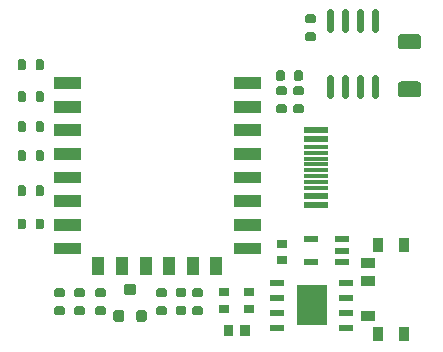
<source format=gtp>
G04 Layer: TopPasteMaskLayer*
G04 EasyEDA v6.4.25, 2021-11-23T22:35:47+08:00*
G04 b1e9ac58b82e44e2a900f0cbd8408905,45ba98ba689c459a8d72e4540021d05b,10*
G04 Gerber Generator version 0.2*
G04 Scale: 100 percent, Rotated: No, Reflected: No *
G04 Dimensions in millimeters *
G04 leading zeros omitted , absolute positions ,4 integer and 5 decimal *
%FSLAX45Y45*%
%MOMM*%

%ADD12C,0.6096*%
%ADD14R,0.9000X0.8000*%
%ADD15R,2.0000X0.6000*%
%ADD16R,2.0000X0.3000*%
%ADD17R,1.3000X0.9000*%
%ADD18R,0.9000X1.3000*%
%ADD20R,1.1989X0.5512*%
%ADD22R,1.0000X1.5000*%
%ADD23R,1.2000X0.6000*%
%ADD24R,2.5000X3.4999*%

%LPD*%
D12*
X2730489Y1160774D02*
G01*
X2730489Y1303014D01*
X2857489Y1160774D02*
G01*
X2857489Y1303014D01*
X2984489Y1160774D02*
G01*
X2984489Y1303014D01*
X2984489Y601974D02*
G01*
X2984489Y744214D01*
X2857489Y601974D02*
G01*
X2857489Y744214D01*
X2730489Y601974D02*
G01*
X2730489Y744214D01*
X3111489Y1160774D02*
G01*
X3111489Y1303014D01*
X3111489Y601974D02*
G01*
X3111489Y744214D01*
D14*
G01*
X2044689Y-1210467D03*
G01*
X2044689Y-1070462D03*
G01*
X1836409Y-1210467D03*
G01*
X1836409Y-1070462D03*
D15*
G01*
X2615453Y-335564D03*
G01*
X2615453Y-255554D03*
G01*
X2615453Y304439D03*
G01*
X2615453Y224454D03*
D16*
G01*
X2615453Y159456D03*
G01*
X2615453Y109443D03*
G01*
X2615453Y59456D03*
G01*
X2615453Y9443D03*
G01*
X2615453Y-40543D03*
G01*
X2615453Y-90556D03*
G01*
X2615453Y-140543D03*
G01*
X2615453Y-190555D03*
G36*
X3337339Y983279D02*
G01*
X3320465Y987800D01*
X3308111Y1000152D01*
X3303590Y1017028D01*
X3303590Y1084529D01*
X3308111Y1101404D01*
X3320465Y1113756D01*
X3337339Y1118278D01*
X3469840Y1118278D01*
X3486713Y1113756D01*
X3499068Y1101404D01*
X3503589Y1084529D01*
X3503589Y1017028D01*
X3499068Y1000152D01*
X3486713Y987800D01*
X3469840Y983279D01*
G37*
G36*
X3337339Y578279D02*
G01*
X3320465Y582800D01*
X3308111Y595155D01*
X3303590Y612028D01*
X3303590Y679528D01*
X3308111Y696404D01*
X3320465Y708756D01*
X3337339Y713277D01*
X3469840Y713277D01*
X3486713Y708756D01*
X3499068Y696404D01*
X3503589Y679528D01*
X3503589Y612028D01*
X3499068Y595155D01*
X3486713Y582800D01*
X3469840Y578279D01*
G37*
D17*
G01*
X3054517Y-1273027D03*
G01*
X3054517Y-974018D03*
G01*
X3054517Y-824031D03*
D18*
G01*
X3361502Y-669015D03*
G01*
X3141512Y-669015D03*
G01*
X3361502Y-1429034D03*
G01*
X3141512Y-1429034D03*
G36*
X1973099Y-1351998D02*
G01*
X2053099Y-1351998D01*
X2053099Y-1442001D01*
X1973099Y-1442001D01*
G37*
G36*
X1833100Y-1351998D02*
G01*
X1913100Y-1351998D01*
X1913100Y-1442001D01*
X1833100Y-1442001D01*
G37*
D20*
G01*
X2829549Y-812805D03*
G01*
X2829549Y-718825D03*
G01*
X2829549Y-624845D03*
G01*
X2570469Y-624845D03*
G01*
X2570469Y-812805D03*
G36*
X1260558Y-1056919D02*
G01*
X1265684Y-1044544D01*
X1278059Y-1039418D01*
X1333060Y-1039418D01*
X1345435Y-1044544D01*
X1350561Y-1056919D01*
X1350561Y-1091920D01*
X1345435Y-1104295D01*
X1333060Y-1109421D01*
X1278059Y-1109421D01*
X1265684Y-1104295D01*
X1260558Y-1091920D01*
G37*
G36*
X1350561Y-1244302D02*
G01*
X1345435Y-1256677D01*
X1333060Y-1261803D01*
X1278059Y-1261803D01*
X1265684Y-1256677D01*
X1260558Y-1244302D01*
X1260558Y-1209304D01*
X1265684Y-1196929D01*
X1278059Y-1191803D01*
X1333060Y-1191803D01*
X1345435Y-1196929D01*
X1350561Y-1209304D01*
G37*
G36*
X104419Y539198D02*
G01*
X92044Y544324D01*
X86918Y556699D01*
X86918Y611700D01*
X92044Y624075D01*
X104419Y629201D01*
X139420Y629201D01*
X151795Y624075D01*
X156921Y611700D01*
X156921Y556699D01*
X151795Y544324D01*
X139420Y539198D01*
G37*
G36*
X291802Y629201D02*
G01*
X304177Y624075D01*
X309303Y611700D01*
X309303Y556699D01*
X304177Y544324D01*
X291802Y539198D01*
X256804Y539198D01*
X244429Y544324D01*
X239303Y556699D01*
X239303Y611700D01*
X244429Y624075D01*
X256804Y629201D01*
G37*
G36*
X396958Y-1056919D02*
G01*
X402084Y-1044544D01*
X414459Y-1039418D01*
X469460Y-1039418D01*
X481835Y-1044544D01*
X486961Y-1056919D01*
X486961Y-1091920D01*
X481835Y-1104295D01*
X469460Y-1109421D01*
X414459Y-1109421D01*
X402084Y-1104295D01*
X396958Y-1091920D01*
G37*
G36*
X486961Y-1244302D02*
G01*
X481835Y-1256677D01*
X469460Y-1261803D01*
X414459Y-1261803D01*
X402084Y-1256677D01*
X396958Y-1244302D01*
X396958Y-1209304D01*
X402084Y-1196929D01*
X414459Y-1191803D01*
X469460Y-1191803D01*
X481835Y-1196929D01*
X486961Y-1209304D01*
G37*
G36*
X2610391Y1074618D02*
G01*
X2605265Y1062243D01*
X2592890Y1057117D01*
X2537889Y1057117D01*
X2525514Y1062243D01*
X2520388Y1074618D01*
X2520388Y1109619D01*
X2525514Y1121994D01*
X2537889Y1127119D01*
X2592890Y1127119D01*
X2605265Y1121994D01*
X2610391Y1109619D01*
G37*
G36*
X2520388Y1262001D02*
G01*
X2525514Y1274376D01*
X2537889Y1279502D01*
X2592890Y1279502D01*
X2605265Y1274376D01*
X2610391Y1262001D01*
X2610391Y1227002D01*
X2605265Y1214628D01*
X2592890Y1209502D01*
X2537889Y1209502D01*
X2525514Y1214628D01*
X2520388Y1227002D01*
G37*
G36*
X991359Y-1022029D02*
G01*
X998316Y-1005235D01*
X1015111Y-998280D01*
X1062608Y-998280D01*
X1079403Y-1005235D01*
X1086360Y-1022029D01*
X1086360Y-1074529D01*
X1079403Y-1091323D01*
X1062608Y-1098280D01*
X1015111Y-1098280D01*
X998316Y-1091323D01*
X991359Y-1074529D01*
G37*
G36*
X1086360Y-1247028D02*
G01*
X1093317Y-1230236D01*
X1110109Y-1223279D01*
X1157610Y-1223279D01*
X1174404Y-1230236D01*
X1181361Y-1247028D01*
X1181361Y-1299530D01*
X1174404Y-1316321D01*
X1157610Y-1323279D01*
X1110109Y-1323279D01*
X1093317Y-1316321D01*
X1086360Y-1299530D01*
G37*
G36*
X896360Y-1247030D02*
G01*
X903315Y-1230236D01*
X920109Y-1223279D01*
X967610Y-1223279D01*
X984404Y-1230236D01*
X991359Y-1247030D01*
X991359Y-1299530D01*
X984404Y-1316324D01*
X967610Y-1323279D01*
X920109Y-1323279D01*
X903315Y-1316324D01*
X896360Y-1299530D01*
G37*
G36*
X834941Y-1244302D02*
G01*
X829815Y-1256677D01*
X817440Y-1261803D01*
X762439Y-1261803D01*
X750064Y-1256677D01*
X744938Y-1244302D01*
X744938Y-1209304D01*
X750064Y-1196929D01*
X762439Y-1191803D01*
X817440Y-1191803D01*
X829815Y-1196929D01*
X834941Y-1209304D01*
G37*
G36*
X744938Y-1056919D02*
G01*
X750064Y-1044544D01*
X762439Y-1039418D01*
X817440Y-1039418D01*
X829815Y-1044544D01*
X834941Y-1056919D01*
X834941Y-1091920D01*
X829815Y-1104295D01*
X817440Y-1109421D01*
X762439Y-1109421D01*
X750064Y-1104295D01*
X744938Y-1091920D01*
G37*
G36*
X291802Y898441D02*
G01*
X304177Y893315D01*
X309303Y880940D01*
X309303Y825939D01*
X304177Y813564D01*
X291802Y808438D01*
X256804Y808438D01*
X244429Y813564D01*
X239303Y825939D01*
X239303Y880940D01*
X244429Y893315D01*
X256804Y898441D01*
G37*
G36*
X104419Y808438D02*
G01*
X92044Y813564D01*
X86918Y825939D01*
X86918Y880940D01*
X92044Y893315D01*
X104419Y898441D01*
X139420Y898441D01*
X151795Y893315D01*
X156921Y880940D01*
X156921Y825939D01*
X151795Y813564D01*
X139420Y808438D01*
G37*
G36*
X291802Y131361D02*
G01*
X304177Y126235D01*
X309303Y113860D01*
X309303Y58859D01*
X304177Y46484D01*
X291802Y41358D01*
X256804Y41358D01*
X244429Y46484D01*
X239303Y58859D01*
X239303Y113860D01*
X244429Y126235D01*
X256804Y131361D01*
G37*
G36*
X104419Y41358D02*
G01*
X92044Y46484D01*
X86918Y58859D01*
X86918Y113860D01*
X92044Y126235D01*
X104419Y131361D01*
X139420Y131361D01*
X151795Y126235D01*
X156921Y113860D01*
X156921Y58859D01*
X151795Y46484D01*
X139420Y41358D01*
G37*
G36*
X291802Y-168358D02*
G01*
X304177Y-173484D01*
X309303Y-185859D01*
X309303Y-240860D01*
X304177Y-253235D01*
X291802Y-258361D01*
X256804Y-258361D01*
X244429Y-253235D01*
X239303Y-240860D01*
X239303Y-185859D01*
X244429Y-173484D01*
X256804Y-168358D01*
G37*
G36*
X104419Y-258361D02*
G01*
X92044Y-253235D01*
X86918Y-240860D01*
X86918Y-185859D01*
X92044Y-173484D01*
X104419Y-168358D01*
X139420Y-168358D01*
X151795Y-173484D01*
X156921Y-185859D01*
X156921Y-240860D01*
X151795Y-253235D01*
X139420Y-258361D01*
G37*
G36*
X291802Y-450298D02*
G01*
X304177Y-455424D01*
X309303Y-467799D01*
X309303Y-522800D01*
X304177Y-535175D01*
X291802Y-540301D01*
X256804Y-540301D01*
X244429Y-535175D01*
X239303Y-522800D01*
X239303Y-467799D01*
X244429Y-455424D01*
X256804Y-450298D01*
G37*
G36*
X104419Y-540301D02*
G01*
X92044Y-535175D01*
X86918Y-522800D01*
X86918Y-467799D01*
X92044Y-455424D01*
X104419Y-450298D01*
X139420Y-450298D01*
X151795Y-455424D01*
X156921Y-467799D01*
X156921Y-522800D01*
X151795Y-535175D01*
X139420Y-540301D01*
G37*
G36*
X2481272Y806919D02*
G01*
X2493647Y801794D01*
X2498773Y789419D01*
X2498773Y734418D01*
X2493647Y722043D01*
X2481272Y716917D01*
X2446273Y716917D01*
X2433899Y722043D01*
X2428773Y734418D01*
X2428773Y789419D01*
X2433899Y801794D01*
X2446273Y806919D01*
G37*
G36*
X2293889Y716917D02*
G01*
X2281514Y722043D01*
X2276388Y734418D01*
X2276388Y789419D01*
X2281514Y801794D01*
X2293889Y806919D01*
X2328890Y806919D01*
X2341265Y801794D01*
X2346391Y789419D01*
X2346391Y734418D01*
X2341265Y722043D01*
X2328890Y716917D01*
G37*
G36*
X1425658Y-1056937D02*
G01*
X1430784Y-1044562D01*
X1443159Y-1039436D01*
X1498160Y-1039436D01*
X1510535Y-1044562D01*
X1515661Y-1056937D01*
X1515661Y-1091935D01*
X1510535Y-1104310D01*
X1498160Y-1109436D01*
X1443159Y-1109436D01*
X1430784Y-1104310D01*
X1425658Y-1091935D01*
G37*
G36*
X1515661Y-1244320D02*
G01*
X1510535Y-1256695D01*
X1498160Y-1261821D01*
X1443159Y-1261821D01*
X1430784Y-1256695D01*
X1425658Y-1244320D01*
X1425658Y-1209319D01*
X1430784Y-1196944D01*
X1443159Y-1191818D01*
X1498160Y-1191818D01*
X1510535Y-1196944D01*
X1515661Y-1209319D01*
G37*
G36*
X2508791Y465035D02*
G01*
X2503665Y452661D01*
X2491290Y447535D01*
X2436289Y447535D01*
X2423914Y452661D01*
X2418788Y465035D01*
X2418788Y500034D01*
X2423914Y512409D01*
X2436289Y517535D01*
X2491290Y517535D01*
X2503665Y512409D01*
X2508791Y500034D01*
G37*
G36*
X2418788Y652419D02*
G01*
X2423914Y664794D01*
X2436289Y669919D01*
X2491290Y669919D01*
X2503665Y664794D01*
X2508791Y652419D01*
X2508791Y617418D01*
X2503665Y605043D01*
X2491290Y599917D01*
X2436289Y599917D01*
X2423914Y605043D01*
X2418788Y617418D01*
G37*
G36*
X2364021Y465117D02*
G01*
X2358895Y452742D01*
X2346520Y447616D01*
X2291519Y447616D01*
X2279144Y452742D01*
X2274018Y465117D01*
X2274018Y500115D01*
X2279144Y512490D01*
X2291519Y517616D01*
X2346520Y517616D01*
X2358895Y512490D01*
X2364021Y500115D01*
G37*
G36*
X2274018Y652500D02*
G01*
X2279144Y664875D01*
X2291519Y670001D01*
X2346520Y670001D01*
X2358895Y664875D01*
X2364021Y652500D01*
X2364021Y617499D01*
X2358895Y605124D01*
X2346520Y599998D01*
X2291519Y599998D01*
X2279144Y605124D01*
X2274018Y617499D01*
G37*
G36*
X567138Y-1056937D02*
G01*
X572264Y-1044562D01*
X584639Y-1039436D01*
X639640Y-1039436D01*
X652015Y-1044562D01*
X657141Y-1056937D01*
X657141Y-1091935D01*
X652015Y-1104310D01*
X639640Y-1109436D01*
X584639Y-1109436D01*
X572264Y-1104310D01*
X567138Y-1091935D01*
G37*
G36*
X657141Y-1244320D02*
G01*
X652015Y-1256695D01*
X639640Y-1261821D01*
X584639Y-1261821D01*
X572264Y-1256695D01*
X567138Y-1244320D01*
X567138Y-1209319D01*
X572264Y-1196944D01*
X584639Y-1191818D01*
X639640Y-1191818D01*
X652015Y-1196944D01*
X657141Y-1209319D01*
G37*
G36*
X1562818Y-1056937D02*
G01*
X1567944Y-1044562D01*
X1580319Y-1039436D01*
X1635320Y-1039436D01*
X1647695Y-1044562D01*
X1652821Y-1056937D01*
X1652821Y-1091935D01*
X1647695Y-1104310D01*
X1635320Y-1109436D01*
X1580319Y-1109436D01*
X1567944Y-1104310D01*
X1562818Y-1091935D01*
G37*
G36*
X1652821Y-1244320D02*
G01*
X1647695Y-1256695D01*
X1635320Y-1261821D01*
X1580319Y-1261821D01*
X1567944Y-1256695D01*
X1562818Y-1244320D01*
X1562818Y-1209319D01*
X1567944Y-1196944D01*
X1580319Y-1191818D01*
X1635320Y-1191818D01*
X1647695Y-1196944D01*
X1652821Y-1209319D01*
G37*
G36*
X291802Y375201D02*
G01*
X304177Y370075D01*
X309303Y357700D01*
X309303Y302699D01*
X304177Y290324D01*
X291802Y285198D01*
X256804Y285198D01*
X244429Y290324D01*
X239303Y302699D01*
X239303Y357700D01*
X244429Y370075D01*
X256804Y375201D01*
G37*
G36*
X104419Y285198D02*
G01*
X92044Y290324D01*
X86918Y302699D01*
X86918Y357700D01*
X92044Y370075D01*
X104419Y375201D01*
X139420Y375201D01*
X151795Y370075D01*
X156921Y357700D01*
X156921Y302699D01*
X151795Y290324D01*
X139420Y285198D01*
G37*
G36*
X1919998Y-651273D02*
G01*
X2144996Y-651273D01*
X2144996Y-751273D01*
X1919998Y-751273D01*
G37*
G36*
X1919998Y-451274D02*
G01*
X2144996Y-451274D01*
X2144996Y-551273D01*
X1919998Y-551273D01*
G37*
G36*
X1919998Y-251274D02*
G01*
X2144996Y-251274D01*
X2144996Y-351274D01*
X1919998Y-351274D01*
G37*
G36*
X1919998Y-51274D02*
G01*
X2144996Y-51274D01*
X2144996Y-151274D01*
X1919998Y-151274D01*
G37*
G36*
X1919998Y148724D02*
G01*
X2144996Y148724D01*
X2144996Y48724D01*
X1919998Y48724D01*
G37*
G36*
X1919998Y348724D02*
G01*
X2144996Y348724D01*
X2144996Y248724D01*
X1919998Y248724D01*
G37*
G36*
X1919998Y548723D02*
G01*
X2144996Y548723D01*
X2144996Y448724D01*
X1919998Y448724D01*
G37*
G36*
X1919998Y748723D02*
G01*
X2144996Y748723D01*
X2144996Y648723D01*
X1919998Y648723D01*
G37*
G36*
X394982Y748723D02*
G01*
X619980Y748723D01*
X619980Y648723D01*
X394982Y648723D01*
G37*
G36*
X394982Y548723D02*
G01*
X619980Y548723D01*
X619980Y448724D01*
X394982Y448724D01*
G37*
G36*
X394982Y348724D02*
G01*
X619980Y348724D01*
X619980Y248724D01*
X394982Y248724D01*
G37*
G36*
X394982Y148724D02*
G01*
X619980Y148724D01*
X619980Y48724D01*
X394982Y48724D01*
G37*
G36*
X394982Y-51274D02*
G01*
X619980Y-51274D01*
X619980Y-151274D01*
X394982Y-151274D01*
G37*
G36*
X394982Y-251274D02*
G01*
X619980Y-251274D01*
X619980Y-351274D01*
X394982Y-351274D01*
G37*
G36*
X394982Y-451274D02*
G01*
X619980Y-451274D01*
X619980Y-551273D01*
X394982Y-551273D01*
G37*
G36*
X394982Y-651273D02*
G01*
X619980Y-651273D01*
X619980Y-751273D01*
X394982Y-751273D01*
G37*
D22*
G01*
X769990Y-851286D03*
G01*
X969990Y-851286D03*
G01*
X1169990Y-851286D03*
G01*
X1369989Y-851286D03*
G01*
X1569989Y-851286D03*
G01*
X1769988Y-851286D03*
D14*
G01*
X2324089Y-801527D03*
G01*
X2324089Y-661522D03*
D23*
G01*
X2284719Y-990605D03*
G01*
X2284719Y-1117605D03*
G01*
X2284719Y-1244605D03*
G01*
X2284719Y-1371605D03*
G01*
X2866379Y-1371605D03*
G01*
X2866379Y-1244605D03*
G01*
X2866379Y-1117605D03*
G01*
X2866379Y-990605D03*
D24*
G01*
X2575549Y-1181105D03*
M02*

</source>
